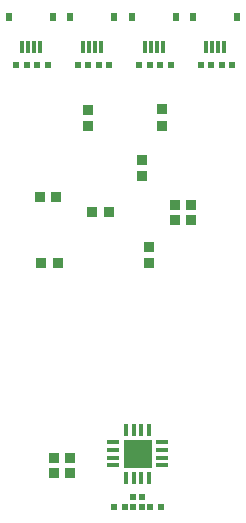
<source format=gbp>
%FSLAX25Y25*%
%MOIN*%
G70*
G01*
G75*
G04 Layer_Color=128*
%ADD10R,0.03600X0.03600*%
%ADD11R,0.03600X0.03600*%
%ADD12R,0.07087X0.07480*%
%ADD13R,0.01575X0.05315*%
%ADD14R,0.08268X0.06299*%
%ADD15R,0.25787X0.25787*%
%ADD16O,0.01378X0.03937*%
%ADD17O,0.03937X0.01378*%
%ADD18R,0.02200X0.02200*%
%ADD19R,0.01181X0.03937*%
%ADD20R,0.01969X0.03150*%
%ADD21R,0.04724X0.07874*%
%ADD22R,0.04528X0.02953*%
%ADD23R,0.03740X0.05512*%
%ADD24R,0.02362X0.06299*%
%ADD25R,0.02362X0.07087*%
%ADD26C,0.00600*%
%ADD27C,0.01500*%
%ADD28C,0.01000*%
%ADD29C,0.00800*%
%ADD30C,0.01200*%
%ADD31C,0.03500*%
%ADD32C,0.01300*%
%ADD33C,0.02500*%
%ADD34C,0.02300*%
%ADD35C,0.02000*%
%ADD36C,0.05906*%
%ADD37R,0.05906X0.05906*%
%ADD38C,0.02500*%
%ADD39R,0.02200X0.02200*%
%ADD40R,0.03937X0.01260*%
%ADD41R,0.01260X0.03937*%
%ADD42R,0.09449X0.09449*%
%ADD43R,0.01963X0.04400*%
%ADD44R,0.03700X0.01600*%
%ADD45C,0.00984*%
%ADD46C,0.00787*%
%ADD47R,0.04400X0.04400*%
%ADD48R,0.04400X0.04400*%
%ADD49R,0.07887X0.08280*%
%ADD50R,0.02375X0.06115*%
%ADD51R,0.09068X0.07099*%
%ADD52R,0.26587X0.26587*%
%ADD53O,0.02178X0.04737*%
%ADD54O,0.04737X0.02178*%
%ADD55R,0.03000X0.03000*%
%ADD56R,0.01981X0.04737*%
%ADD57R,0.02769X0.03950*%
%ADD58R,0.05524X0.08674*%
%ADD59R,0.05328X0.03753*%
%ADD60R,0.04540X0.06312*%
%ADD61R,0.03162X0.07099*%
%ADD62R,0.03162X0.07887*%
%ADD63C,0.06706*%
%ADD64R,0.06706X0.06706*%
%ADD65R,0.03000X0.03000*%
%ADD66R,0.04737X0.02060*%
%ADD67R,0.02060X0.04737*%
%ADD68R,0.10249X0.10249*%
D10*
X56339Y129841D02*
D03*
X56339Y124341D02*
D03*
X58839Y95341D02*
D03*
Y100841D02*
D03*
X38313Y146500D02*
D03*
Y141000D02*
D03*
X62997Y146624D02*
D03*
Y141124D02*
D03*
D11*
X22839Y95341D02*
D03*
X28339D02*
D03*
X22339Y117341D02*
D03*
X27839D02*
D03*
X39839Y112341D02*
D03*
X45339Y112341D02*
D03*
X72839Y114841D02*
D03*
X67339D02*
D03*
X72839Y109841D02*
D03*
X67339Y109841D02*
D03*
X32500Y25500D02*
D03*
X27000D02*
D03*
X32500Y30500D02*
D03*
X27000D02*
D03*
D18*
X59100Y14000D02*
D03*
X62600D02*
D03*
X50600D02*
D03*
X47100D02*
D03*
X86500Y161500D02*
D03*
X83000D02*
D03*
X79500D02*
D03*
X76000D02*
D03*
X66000D02*
D03*
X62500D02*
D03*
X59000D02*
D03*
X55500D02*
D03*
X45500D02*
D03*
X42000D02*
D03*
X38500D02*
D03*
X35000D02*
D03*
X25000D02*
D03*
X21500D02*
D03*
X18000D02*
D03*
X14500D02*
D03*
D19*
X16300Y167500D02*
D03*
X18269D02*
D03*
X20237D02*
D03*
X22206D02*
D03*
X36800D02*
D03*
X38769D02*
D03*
X40737D02*
D03*
X42706D02*
D03*
X57300D02*
D03*
X59268D02*
D03*
X61237D02*
D03*
X63205D02*
D03*
X77800D02*
D03*
X79769D02*
D03*
X81737D02*
D03*
X83706D02*
D03*
D20*
X11969Y177342D02*
D03*
X26536D02*
D03*
X32469D02*
D03*
X47036D02*
D03*
X52969D02*
D03*
X67536D02*
D03*
X73469D02*
D03*
X88036D02*
D03*
D39*
X53400Y14000D02*
D03*
Y17500D02*
D03*
X56300Y14000D02*
D03*
Y17500D02*
D03*
D40*
X62971Y35639D02*
D03*
Y33079D02*
D03*
Y30520D02*
D03*
Y27961D02*
D03*
X46829Y35639D02*
D03*
Y33079D02*
D03*
Y30520D02*
D03*
Y27961D02*
D03*
D41*
X51061Y23729D02*
D03*
X53620Y23729D02*
D03*
X56179D02*
D03*
X58739D02*
D03*
X58739Y39871D02*
D03*
X56179D02*
D03*
X53620D02*
D03*
X51061D02*
D03*
D42*
X54900Y31800D02*
D03*
M02*

</source>
